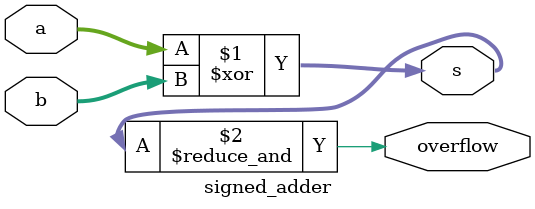
<source format=v>

module signed_adder(input [7:0] a,
    input [7:0] b,
    output [7:0] s,
    output overflow
); 

// The numbers a and b are added to the output s. 
// assign the occurence of the signed overflow of a and b to the output overflow.
// a signed overflow occurs if the most significant bits of a and b are low and the most significant bit of s is high
// a signed overflow may also occur if the most significant bits of a and b are high and the most significant bit of s is low

 assign s = a ^ b;
 assign overflow = &s;
 
endmodule

</source>
